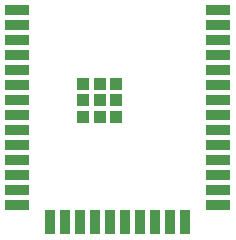
<source format=gtp>
G04*
G04 #@! TF.GenerationSoftware,Altium Limited,Altium Designer,23.1.1 (15)*
G04*
G04 Layer_Color=8421504*
%FSLAX44Y44*%
%MOMM*%
G71*
G04*
G04 #@! TF.SameCoordinates,C639A1D3-F052-4189-A36C-A3B0F9936251*
G04*
G04*
G04 #@! TF.FilePolarity,Positive*
G04*
G01*
G75*
%ADD16R,1.0500X1.0500*%
%ADD17R,0.8890X2.0066*%
%ADD18R,2.0066X0.8890*%
D16*
X750570Y1490980D02*
D03*
X764540D02*
D03*
Y1504950D02*
D03*
X736600Y1490980D02*
D03*
X750570Y1504950D02*
D03*
X736600D02*
D03*
X764540Y1477010D02*
D03*
X750570D02*
D03*
X736600D02*
D03*
X764540Y1490980D02*
D03*
X750570D02*
D03*
X736600D02*
D03*
X764540Y1504950D02*
D03*
X750570D02*
D03*
X736600D02*
D03*
X764540Y1477010D02*
D03*
X750570D02*
D03*
X736600D02*
D03*
D17*
X822960Y1387555D02*
D03*
X797560D02*
D03*
X810260D02*
D03*
X734060D02*
D03*
X746760D02*
D03*
X759460D02*
D03*
X772160D02*
D03*
X784860D02*
D03*
X797560D02*
D03*
X810260D02*
D03*
X822960D02*
D03*
X708660D02*
D03*
X721360D02*
D03*
X734060D02*
D03*
X746760D02*
D03*
X759460D02*
D03*
X772160D02*
D03*
X784860D02*
D03*
X708660D02*
D03*
X721360D02*
D03*
D18*
X680810Y1567067D02*
D03*
Y1554367D02*
D03*
Y1541667D02*
D03*
Y1528967D02*
D03*
Y1516267D02*
D03*
Y1503567D02*
D03*
Y1490867D02*
D03*
Y1478167D02*
D03*
Y1465467D02*
D03*
Y1452767D02*
D03*
Y1440067D02*
D03*
Y1427367D02*
D03*
Y1414667D02*
D03*
Y1401967D02*
D03*
X850810Y1541667D02*
D03*
Y1528967D02*
D03*
Y1516267D02*
D03*
Y1503567D02*
D03*
Y1490867D02*
D03*
Y1478167D02*
D03*
Y1465467D02*
D03*
Y1452767D02*
D03*
Y1440067D02*
D03*
Y1427367D02*
D03*
Y1414667D02*
D03*
Y1401967D02*
D03*
Y1567067D02*
D03*
Y1554367D02*
D03*
X680810Y1567067D02*
D03*
Y1554367D02*
D03*
Y1541667D02*
D03*
Y1528967D02*
D03*
Y1516267D02*
D03*
Y1503567D02*
D03*
Y1490867D02*
D03*
Y1478167D02*
D03*
Y1465467D02*
D03*
Y1452767D02*
D03*
Y1440067D02*
D03*
Y1427367D02*
D03*
Y1414667D02*
D03*
Y1401967D02*
D03*
X850810Y1541667D02*
D03*
Y1528967D02*
D03*
Y1516267D02*
D03*
Y1503567D02*
D03*
Y1490867D02*
D03*
Y1478167D02*
D03*
Y1465467D02*
D03*
Y1452767D02*
D03*
Y1440067D02*
D03*
Y1427367D02*
D03*
Y1414667D02*
D03*
Y1401967D02*
D03*
Y1567067D02*
D03*
Y1554367D02*
D03*
X680810Y1567067D02*
D03*
Y1554367D02*
D03*
Y1541667D02*
D03*
Y1528967D02*
D03*
Y1516267D02*
D03*
Y1503567D02*
D03*
Y1490867D02*
D03*
Y1478167D02*
D03*
Y1465467D02*
D03*
Y1452767D02*
D03*
Y1440067D02*
D03*
Y1427367D02*
D03*
Y1414667D02*
D03*
Y1401967D02*
D03*
X850810Y1541667D02*
D03*
Y1528967D02*
D03*
Y1516267D02*
D03*
Y1503567D02*
D03*
Y1490867D02*
D03*
Y1478167D02*
D03*
Y1465467D02*
D03*
Y1452767D02*
D03*
Y1440067D02*
D03*
Y1427367D02*
D03*
Y1414667D02*
D03*
Y1401967D02*
D03*
Y1567067D02*
D03*
Y1554367D02*
D03*
M02*

</source>
